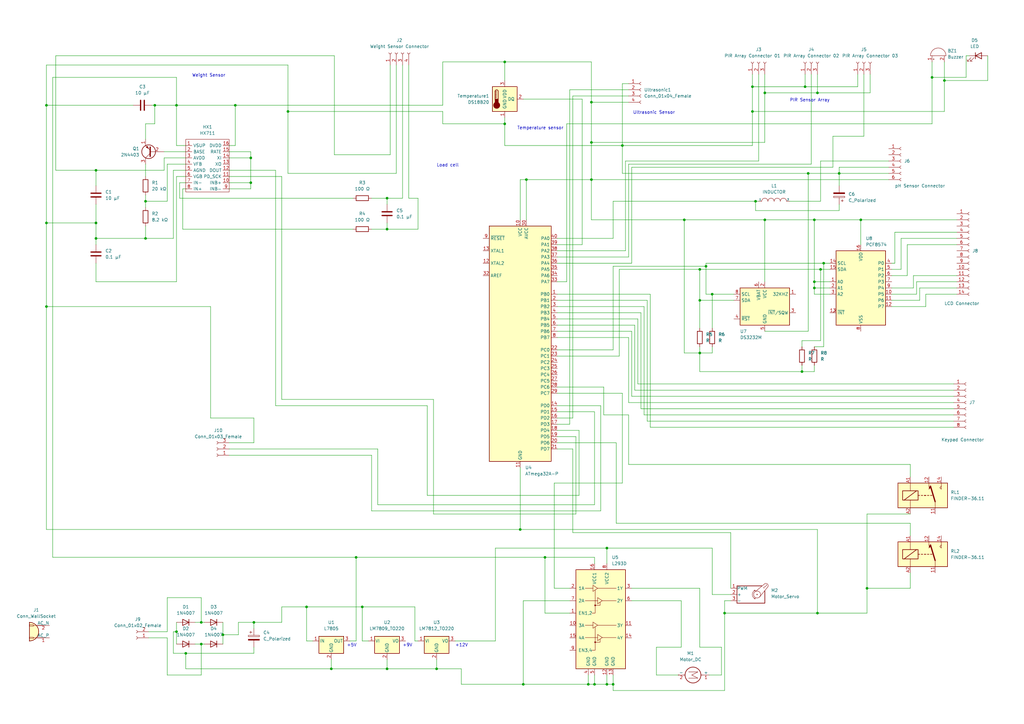
<source format=kicad_sch>
(kicad_sch (version 20211123) (generator eeschema)
  (paper "A3")
  (junction (at 309.88 82.55))
  (junction (at 59.69 82.55))
  (junction (at 382.27 31.75))
  (junction (at 248.92 224.79))
  (junction (at 215.9 73.66))
  (junction (at 102.87 64.77))
  (junction (at 308.61 35.56))
  (junction (at 287.02 110.49))
  (junction (at 248.92 280.67))
  (junction (at 313.69 38.1))
  (junction (at 19.05 125.73))
  (junction (at 96.52 43.18))
  (junction (at 146.05 228.6))
  (junction (at 118.11 45.72))
  (junction (at 223.52 228.6))
  (junction (at 334.01 118.11))
  (junction (at 287.02 123.19))
  (junction (at 39.37 69.85))
  (junction (at 336.55 110.49))
  (junction (at 135.89 274.32))
  (junction (at 125.73 248.92))
  (junction (at 242.57 58.42))
  (junction (at 241.3 280.67))
  (junction (at 158.75 274.32))
  (junction (at 292.1 120.65))
  (junction (at 104.14 255.27))
  (junction (at 334.01 90.17))
  (junction (at 242.57 73.66))
  (junction (at 355.6 241.3))
  (junction (at 387.35 33.02))
  (junction (at 287.02 144.78))
  (junction (at 330.2 35.56))
  (junction (at 82.55 264.16))
  (junction (at 255.27 59.69))
  (junction (at 337.82 107.95))
  (junction (at 19.05 43.18))
  (junction (at 179.07 274.32))
  (junction (at 328.93 152.4))
  (junction (at 313.69 90.17))
  (junction (at 72.39 43.18))
  (junction (at 102.87 74.93))
  (junction (at 214.63 280.67))
  (junction (at 251.46 280.67))
  (junction (at 72.39 259.08))
  (junction (at 335.28 38.1))
  (junction (at 82.55 255.27))
  (junction (at 213.36 217.17))
  (junction (at 308.61 45.72))
  (junction (at 280.67 90.17))
  (junction (at 158.75 81.28))
  (junction (at 242.57 41.91))
  (junction (at 76.2 267.97))
  (junction (at 59.69 97.79))
  (junction (at 19.05 91.44))
  (junction (at 297.18 251.46))
  (junction (at 207.01 25.4))
  (junction (at 39.37 91.44))
  (junction (at 39.37 97.79))
  (junction (at 207.01 50.8))
  (junction (at 158.75 93.98))
  (junction (at 91.44 260.35))
  (junction (at 148.59 248.92))
  (junction (at 344.17 71.12))
  (junction (at 243.84 280.67))
  (junction (at 63.5 43.18))
  (junction (at 335.28 251.46))
  (junction (at 289.56 109.22))
  (junction (at 331.47 71.12))
  (junction (at 334.01 115.57))
  (junction (at 353.06 90.17))
  (wire (pts (xy 62.23 43.18) (xy 63.5 43.18)))
  (wire (pts (xy 96.52 59.69) (xy 96.52 43.18)))
  (wire (pts (xy 234.95 218.44) (xy 234.95 184.15)))
  (wire (pts (xy 104.14 265.43) (xy 104.14 267.97)))
  (wire (pts (xy 72.39 259.08) (xy 72.39 264.16)))
  (wire (pts (xy 175.26 203.2) (xy 237.49 203.2)))
  (wire (pts (xy 313.69 38.1) (xy 313.69 58.42)))
  (wire (pts (xy 331.47 71.12) (xy 344.17 71.12)))
  (wire (pts (xy 236.22 210.82) (xy 177.8 210.82)))
  (wire (pts (xy 335.28 38.1) (xy 335.28 30.48)))
  (wire (pts (xy 246.38 209.55) (xy 246.38 166.37)))
  (wire (pts (xy 237.49 176.53) (xy 228.6 176.53)))
  (wire (pts (xy 181.61 50.8) (xy 207.01 50.8)))
  (wire (pts (xy 259.08 68.58) (xy 259.08 107.95)))
  (wire (pts (xy 248.92 280.67) (xy 251.46 280.67)))
  (wire (pts (xy 334.01 142.24) (xy 337.82 142.24)))
  (wire (pts (xy 261.62 157.48) (xy 261.62 130.81)))
  (wire (pts (xy 373.38 195.58) (xy 373.38 190.5)))
  (wire (pts (xy 19.05 91.44) (xy 39.37 91.44)))
  (wire (pts (xy 102.87 74.93) (xy 102.87 77.47)))
  (wire (pts (xy 336.55 66.04) (xy 336.55 82.55)))
  (wire (pts (xy 158.75 81.28) (xy 158.75 83.82)))
  (wire (pts (xy 181.61 45.72) (xy 181.61 50.8)))
  (wire (pts (xy 146.05 228.6) (xy 223.52 228.6)))
  (wire (pts (xy 207.01 48.26) (xy 207.01 50.8)))
  (wire (pts (xy 71.12 267.97) (xy 71.12 259.08)))
  (wire (pts (xy 269.24 265.43) (xy 279.4 265.43)))
  (wire (pts (xy 189.23 274.32) (xy 179.07 274.32)))
  (wire (pts (xy 279.4 265.43) (xy 279.4 246.38)))
  (wire (pts (xy 115.57 72.39) (xy 115.57 163.83)))
  (wire (pts (xy 93.98 186.69) (xy 152.4 186.69)))
  (wire (pts (xy 375.92 115.57) (xy 392.43 115.57)))
  (wire (pts (xy 207.01 25.4) (xy 207.01 33.02)))
  (wire (pts (xy 179.07 270.51) (xy 179.07 274.32)))
  (wire (pts (xy 257.81 170.18) (xy 247.65 170.18)))
  (wire (pts (xy 19.05 26.67) (xy 19.05 43.18)))
  (wire (pts (xy 228.6 161.29) (xy 255.27 161.29)))
  (wire (pts (xy 125.73 248.92) (xy 148.59 248.92)))
  (wire (pts (xy 382.27 31.75) (xy 382.27 50.8)))
  (wire (pts (xy 228.6 102.87) (xy 256.54 102.87)))
  (wire (pts (xy 60.96 261.62) (xy 68.58 261.62)))
  (wire (pts (xy 364.49 68.58) (xy 344.17 68.58)))
  (wire (pts (xy 299.72 218.44) (xy 234.95 218.44)))
  (wire (pts (xy 334.01 118.11) (xy 340.36 118.11)))
  (wire (pts (xy 313.69 38.1) (xy 335.28 38.1)))
  (wire (pts (xy 146.05 228.6) (xy 21.59 228.6)))
  (wire (pts (xy 392.43 97.79) (xy 369.57 97.79)))
  (wire (pts (xy 148.59 262.89) (xy 148.59 248.92)))
  (wire (pts (xy 93.98 59.69) (xy 96.52 59.69)))
  (wire (pts (xy 59.69 82.55) (xy 59.69 85.09)))
  (wire (pts (xy 143.51 262.89) (xy 146.05 262.89)))
  (wire (pts (xy 328.93 152.4) (xy 328.93 149.86)))
  (wire (pts (xy 73.66 81.28) (xy 73.66 74.93)))
  (wire (pts (xy 335.28 38.1) (xy 356.87 38.1)))
  (wire (pts (xy 289.56 109.22) (xy 289.56 107.95)))
  (wire (pts (xy 207.01 50.8) (xy 207.01 59.69)))
  (wire (pts (xy 374.65 118.11) (xy 374.65 113.03)))
  (wire (pts (xy 340.36 115.57) (xy 334.01 115.57)))
  (wire (pts (xy 375.92 120.65) (xy 375.92 115.57)))
  (wire (pts (xy 311.15 82.55) (xy 309.88 82.55)))
  (wire (pts (xy 39.37 69.85) (xy 39.37 76.2)))
  (wire (pts (xy 175.26 166.37) (xy 175.26 203.2)))
  (wire (pts (xy 170.18 248.92) (xy 170.18 262.89)))
  (wire (pts (xy 228.6 107.95) (xy 259.08 107.95)))
  (wire (pts (xy 233.68 173.99) (xy 228.6 173.99)))
  (wire (pts (xy 254 146.05) (xy 254 110.49)))
  (wire (pts (xy 72.39 43.18) (xy 96.52 43.18)))
  (wire (pts (xy 367.03 107.95) (xy 367.03 95.25)))
  (wire (pts (xy 236.22 179.07) (xy 236.22 210.82)))
  (wire (pts (xy 323.85 82.55) (xy 336.55 82.55)))
  (wire (pts (xy 72.39 59.69) (xy 72.39 43.18)))
  (wire (pts (xy 207.01 25.4) (xy 181.61 25.4)))
  (wire (pts (xy 287.02 241.3) (xy 287.02 265.43)))
  (wire (pts (xy 19.05 125.73) (xy 86.36 125.73)))
  (wire (pts (xy 260.35 133.35) (xy 260.35 160.02)))
  (wire (pts (xy 353.06 90.17) (xy 334.01 90.17)))
  (wire (pts (xy 203.2 224.79) (xy 203.2 262.89)))
  (wire (pts (xy 91.44 255.27) (xy 91.44 260.35)))
  (wire (pts (xy 82.55 264.16) (xy 83.82 264.16)))
  (wire (pts (xy 238.76 100.33) (xy 228.6 100.33)))
  (wire (pts (xy 227.33 241.3) (xy 227.33 198.12)))
  (wire (pts (xy 287.02 144.78) (xy 280.67 144.78)))
  (wire (pts (xy 255.27 71.12) (xy 255.27 59.69)))
  (wire (pts (xy 373.38 190.5) (xy 257.81 190.5)))
  (wire (pts (xy 162.56 71.12) (xy 118.11 71.12)))
  (wire (pts (xy 334.01 90.17) (xy 313.69 90.17)))
  (wire (pts (xy 19.05 43.18) (xy 54.61 43.18)))
  (wire (pts (xy 299.72 246.38) (xy 297.18 246.38)))
  (wire (pts (xy 331.47 71.12) (xy 255.27 71.12)))
  (wire (pts (xy 297.18 246.38) (xy 297.18 251.46)))
  (wire (pts (xy 405.13 22.86) (xy 405.13 33.02)))
  (wire (pts (xy 68.58 82.55) (xy 59.69 82.55)))
  (wire (pts (xy 76.2 67.31) (xy 68.58 67.31)))
  (wire (pts (xy 162.56 26.67) (xy 162.56 71.12)))
  (wire (pts (xy 228.6 120.65) (xy 266.7 120.65)))
  (wire (pts (xy 242.57 41.91) (xy 257.81 41.91)))
  (wire (pts (xy 137.16 63.5) (xy 160.02 63.5)))
  (wire (pts (xy 308.61 45.72) (xy 308.61 59.69)))
  (wire (pts (xy 22.86 69.85) (xy 39.37 69.85)))
  (wire (pts (xy 337.82 142.24) (xy 337.82 107.95)))
  (wire (pts (xy 91.44 260.35) (xy 91.44 264.16)))
  (wire (pts (xy 328.93 139.7) (xy 336.55 139.7)))
  (wire (pts (xy 248.92 276.86) (xy 248.92 280.67)))
  (wire (pts (xy 154.94 207.01) (xy 243.84 207.01)))
  (wire (pts (xy 365.76 125.73) (xy 379.73 125.73)))
  (wire (pts (xy 351.79 30.48) (xy 351.79 35.56)))
  (wire (pts (xy 369.57 110.49) (xy 365.76 110.49)))
  (wire (pts (xy 68.58 67.31) (xy 68.58 82.55)))
  (wire (pts (xy 269.24 276.86) (xy 269.24 265.43)))
  (wire (pts (xy 392.43 90.17) (xy 353.06 90.17)))
  (wire (pts (xy 39.37 91.44) (xy 39.37 97.79)))
  (wire (pts (xy 234.95 39.37) (xy 257.81 39.37)))
  (wire (pts (xy 257.81 165.1) (xy 391.16 165.1)))
  (wire (pts (xy 255.27 34.29) (xy 257.81 34.29)))
  (wire (pts (xy 189.23 280.67) (xy 189.23 274.32)))
  (wire (pts (xy 354.33 55.88) (xy 341.63 55.88)))
  (wire (pts (xy 177.8 163.83) (xy 115.57 163.83)))
  (wire (pts (xy 93.98 74.93) (xy 102.87 74.93)))
  (wire (pts (xy 137.16 22.86) (xy 137.16 63.5)))
  (wire (pts (xy 243.84 280.67) (xy 248.92 280.67)))
  (wire (pts (xy 74.93 93.98) (xy 144.78 93.98)))
  (wire (pts (xy 259.08 135.89) (xy 228.6 135.89)))
  (wire (pts (xy 373.38 214.63) (xy 373.38 219.71)))
  (wire (pts (xy 379.73 120.65) (xy 392.43 120.65)))
  (wire (pts (xy 248.92 231.14) (xy 248.92 224.79)))
  (wire (pts (xy 63.5 43.18) (xy 72.39 43.18)))
  (wire (pts (xy 391.16 162.56) (xy 259.08 162.56)))
  (wire (pts (xy 260.35 160.02) (xy 391.16 160.02)))
  (wire (pts (xy 344.17 68.58) (xy 344.17 71.12)))
  (wire (pts (xy 228.6 133.35) (xy 260.35 133.35)))
  (wire (pts (xy 377.19 118.11) (xy 392.43 118.11)))
  (wire (pts (xy 300.99 123.19) (xy 287.02 123.19)))
  (wire (pts (xy 228.6 105.41) (xy 257.81 105.41)))
  (wire (pts (xy 118.11 26.67) (xy 19.05 26.67)))
  (wire (pts (xy 118.11 45.72) (xy 118.11 26.67)))
  (wire (pts (xy 76.2 69.85) (xy 71.12 69.85)))
  (wire (pts (xy 257.81 105.41) (xy 257.81 67.31)))
  (wire (pts (xy 261.62 130.81) (xy 228.6 130.81)))
  (wire (pts (xy 289.56 120.65) (xy 292.1 120.65)))
  (wire (pts (xy 82.55 255.27) (xy 83.82 255.27)))
  (wire (pts (xy 151.13 262.89) (xy 148.59 262.89)))
  (wire (pts (xy 118.11 45.72) (xy 181.61 45.72)))
  (wire (pts (xy 328.93 142.24) (xy 328.93 139.7)))
  (wire (pts (xy 289.56 109.22) (xy 251.46 109.22)))
  (wire (pts (xy 374.65 113.03) (xy 392.43 113.03)))
  (wire (pts (xy 233.68 251.46) (xy 223.52 251.46)))
  (wire (pts (xy 289.56 120.65) (xy 289.56 109.22)))
  (wire (pts (xy 387.35 33.02) (xy 405.13 33.02)))
  (wire (pts (xy 93.98 72.39) (xy 115.57 72.39)))
  (wire (pts (xy 243.84 276.86) (xy 243.84 280.67)))
  (wire (pts (xy 128.27 262.89) (xy 125.73 262.89)))
  (wire (pts (xy 76.2 267.97) (xy 71.12 267.97)))
  (wire (pts (xy 266.7 175.26) (xy 391.16 175.26)))
  (wire (pts (xy 243.84 207.01) (xy 243.84 168.91)))
  (wire (pts (xy 334.01 152.4) (xy 328.93 152.4)))
  (wire (pts (xy 309.88 86.36) (xy 309.88 82.55)))
  (wire (pts (xy 167.64 81.28) (xy 171.45 81.28)))
  (wire (pts (xy 377.19 123.19) (xy 365.76 123.19)))
  (wire (pts (xy 369.57 97.79) (xy 369.57 110.49)))
  (wire (pts (xy 353.06 90.17) (xy 353.06 100.33)))
  (wire (pts (xy 170.18 262.89) (xy 171.45 262.89)))
  (wire (pts (xy 242.57 73.66) (xy 364.49 73.66)))
  (wire (pts (xy 232.41 50.8) (xy 232.41 115.57)))
  (wire (pts (xy 158.75 274.32) (xy 135.89 274.32)))
  (wire (pts (xy 93.98 64.77) (xy 102.87 64.77)))
  (wire (pts (xy 214.63 246.38) (xy 214.63 280.67)))
  (wire (pts (xy 60.96 259.08) (xy 68.58 259.08)))
  (wire (pts (xy 113.03 69.85) (xy 113.03 166.37)))
  (wire (pts (xy 71.12 97.79) (xy 59.69 97.79)))
  (wire (pts (xy 341.63 55.88) (xy 341.63 68.58)))
  (wire (pts (xy 335.28 251.46) (xy 297.18 251.46)))
  (wire (pts (xy 179.07 274.32) (xy 158.75 274.32)))
  (wire (pts (xy 213.36 73.66) (xy 215.9 73.66)))
  (wire (pts (xy 152.4 209.55) (xy 246.38 209.55)))
  (wire (pts (xy 308.61 45.72) (xy 387.35 45.72)))
  (wire (pts (xy 257.81 190.5) (xy 257.81 170.18)))
  (wire (pts (xy 104.14 255.27) (xy 115.57 255.27)))
  (wire (pts (xy 146.05 262.89) (xy 146.05 228.6)))
  (wire (pts (xy 228.6 146.05) (xy 254 146.05)))
  (wire (pts (xy 148.59 248.92) (xy 170.18 248.92)))
  (wire (pts (xy 135.89 270.51) (xy 135.89 274.32)))
  (wire (pts (xy 80.01 255.27) (xy 82.55 255.27)))
  (wire (pts (xy 382.27 31.75) (xy 382.27 25.4)))
  (wire (pts (xy 264.16 125.73) (xy 264.16 170.18)))
  (wire (pts (xy 59.69 92.71) (xy 59.69 97.79)))
  (wire (pts (xy 259.08 241.3) (xy 287.02 241.3)))
  (wire (pts (xy 259.08 246.38) (xy 279.4 246.38)))
  (wire (pts (xy 335.28 251.46) (xy 335.28 217.17)))
  (wire (pts (xy 257.81 67.31) (xy 332.74 67.31)))
  (wire (pts (xy 251.46 276.86) (xy 251.46 280.67)))
  (wire (pts (xy 39.37 115.57) (xy 72.39 115.57)))
  (wire (pts (xy 355.6 241.3) (xy 355.6 251.46)))
  (wire (pts (xy 63.5 50.8) (xy 63.5 43.18)))
  (wire (pts (xy 365.76 107.95) (xy 367.03 107.95)))
  (wire (pts (xy 214.63 280.67) (xy 189.23 280.67)))
  (wire (pts (xy 227.33 198.12) (xy 255.27 198.12)))
  (wire (pts (xy 308.61 35.56) (xy 308.61 30.48)))
  (wire (pts (xy 39.37 83.82) (xy 39.37 91.44)))
  (wire (pts (xy 313.69 58.42) (xy 242.57 58.42)))
  (wire (pts (xy 171.45 81.28) (xy 171.45 93.98)))
  (wire (pts (xy 238.76 40.64) (xy 238.76 100.33)))
  (wire (pts (xy 309.88 82.55) (xy 251.46 82.55)))
  (wire (pts (xy 265.43 172.72) (xy 265.43 123.19)))
  (wire (pts (xy 373.38 210.82) (xy 355.6 210.82)))
  (wire (pts (xy 19.05 43.18) (xy 19.05 91.44)))
  (wire (pts (xy 334.01 115.57) (xy 334.01 118.11)))
  (wire (pts (xy 223.52 228.6) (xy 243.84 228.6)))
  (wire (pts (xy 72.39 255.27) (xy 72.39 259.08)))
  (wire (pts (xy 373.38 241.3) (xy 373.38 234.95)))
  (wire (pts (xy 292.1 142.24) (xy 292.1 144.78)))
  (wire (pts (xy 167.64 26.67) (xy 167.64 81.28)))
  (wire (pts (xy 365.76 120.65) (xy 375.92 120.65)))
  (wire (pts (xy 269.24 276.86) (xy 278.13 276.86)))
  (wire (pts (xy 93.98 184.15) (xy 154.94 184.15)))
  (wire (pts (xy 115.57 248.92) (xy 125.73 248.92)))
  (wire (pts (xy 214.63 40.64) (xy 238.76 40.64)))
  (wire (pts (xy 228.6 179.07) (xy 236.22 179.07)))
  (wire (pts (xy 68.58 261.62) (xy 68.58 276.86)))
  (wire (pts (xy 252.73 181.61) (xy 228.6 181.61)))
  (wire (pts (xy 213.36 90.17) (xy 213.36 73.66)))
  (wire (pts (xy 72.39 31.75) (xy 72.39 43.18)))
  (wire (pts (xy 336.55 110.49) (xy 340.36 110.49)))
  (wire (pts (xy 344.17 83.82) (xy 344.17 86.36)))
  (wire (pts (xy 76.2 267.97) (xy 76.2 274.32)))
  (wire (pts (xy 334.01 120.65) (xy 340.36 120.65)))
  (wire (pts (xy 228.6 171.45) (xy 234.95 171.45)))
  (wire (pts (xy 158.75 91.44) (xy 158.75 93.98)))
  (wire (pts (xy 228.6 138.43) (xy 257.81 138.43)))
  (wire (pts (xy 266.7 120.65) (xy 266.7 175.26)))
  (wire (pts (xy 251.46 97.79) (xy 228.6 97.79)))
  (wire (pts (xy 76.2 267.97) (xy 104.14 267.97)))
  (wire (pts (xy 292.1 134.62) (xy 292.1 120.65)))
  (wire (pts (xy 365.76 113.03) (xy 372.11 113.03)))
  (wire (pts (xy 264.16 170.18) (xy 391.16 170.18)))
  (wire (pts (xy 102.87 62.23) (xy 102.87 64.77)))
  (wire (pts (xy 241.3 280.67) (xy 214.63 280.67)))
  (wire (pts (xy 59.69 80.01) (xy 59.69 82.55)))
  (wire (pts (xy 152.4 81.28) (xy 158.75 81.28)))
  (wire (pts (xy 233.68 246.38) (xy 214.63 246.38)))
  (wire (pts (xy 313.69 30.48) (xy 313.69 38.1)))
  (wire (pts (xy 287.02 265.43) (xy 295.91 265.43)))
  (wire (pts (xy 334.01 149.86) (xy 334.01 152.4)))
  (wire (pts (xy 265.43 123.19) (xy 228.6 123.19)))
  (wire (pts (xy 335.28 217.17) (xy 213.36 217.17)))
  (wire (pts (xy 287.02 152.4) (xy 328.93 152.4)))
  (wire (pts (xy 39.37 97.79) (xy 59.69 97.79)))
  (wire (pts (xy 254 110.49) (xy 287.02 110.49)))
  (wire (pts (xy 73.66 74.93) (xy 76.2 74.93)))
  (wire (pts (xy 372.11 113.03) (xy 372.11 100.33)))
  (wire (pts (xy 242.57 73.66) (xy 242.57 90.17)))
  (wire (pts (xy 118.11 71.12) (xy 118.11 45.72)))
  (wire (pts (xy 295.91 265.43) (xy 295.91 276.86)))
  (wire (pts (xy 299.72 243.84) (xy 292.1 243.84)))
  (wire (pts (xy 334.01 118.11) (xy 334.01 120.65)))
  (wire (pts (xy 21.59 31.75) (xy 72.39 31.75)))
  (wire (pts (xy 59.69 67.31) (xy 59.69 72.39)))
  (wire (pts (xy 215.9 73.66) (xy 215.9 90.17)))
  (wire (pts (xy 181.61 25.4) (xy 181.61 43.18)))
  (wire (pts (xy 71.12 259.08) (xy 72.39 259.08)))
  (wire (pts (xy 355.6 241.3) (xy 373.38 241.3)))
  (wire (pts (xy 158.75 93.98) (xy 171.45 93.98)))
  (wire (pts (xy 391.16 167.64) (xy 262.89 167.64)))
  (wire (pts (xy 68.58 259.08) (xy 68.58 245.11)))
  (wire (pts (xy 104.14 181.61) (xy 93.98 181.61)))
  (wire (pts (xy 113.03 166.37) (xy 175.26 166.37)))
  (wire (pts (xy 82.55 245.11) (xy 82.55 255.27)))
  (wire (pts (xy 330.2 35.56) (xy 330.2 30.48)))
  (wire (pts (xy 351.79 35.56) (xy 330.2 35.56)))
  (wire (pts (xy 160.02 63.5) (xy 160.02 26.67)))
  (wire (pts (xy 207.01 25.4) (xy 242.57 25.4)))
  (wire (pts (xy 330.2 35.56) (xy 308.61 35.56)))
  (wire (pts (xy 252.73 214.63) (xy 373.38 214.63)))
  (wire (pts (xy 387.35 45.72) (xy 387.35 33.02)))
  (wire (pts (xy 382.27 50.8) (xy 232.41 50.8)))
  (wire (pts (xy 39.37 97.79) (xy 39.37 100.33)))
  (wire (pts (xy 331.47 135.89) (xy 331.47 71.12)))
  (wire (pts (xy 152.4 93.98) (xy 158.75 93.98)))
  (wire (pts (xy 137.16 22.86) (xy 22.86 22.86)))
  (wire (pts (xy 67.31 64.77) (xy 67.31 69.85)))
  (wire (pts (xy 21.59 228.6) (xy 21.59 31.75)))
  (wire (pts (xy 257.81 138.43) (xy 257.81 165.1)))
  (wire (pts (xy 158.75 81.28) (xy 165.1 81.28)))
  (wire (pts (xy 72.39 72.39) (xy 76.2 72.39)))
  (wire (pts (xy 97.79 255.27) (xy 104.14 255.27)))
  (wire (pts (xy 287.02 123.19) (xy 287.02 134.62)))
  (wire (pts (xy 292.1 120.65) (xy 300.99 120.65)))
  (wire (pts (xy 259.08 68.58) (xy 341.63 68.58)))
  (wire (pts (xy 39.37 107.95) (xy 39.37 115.57)))
  (wire (pts (xy 262.89 128.27) (xy 228.6 128.27)))
  (wire (pts (xy 355.6 251.46) (xy 335.28 251.46)))
  (wire (pts (xy 256.54 66.04) (xy 256.54 102.87)))
  (wire (pts (xy 181.61 43.18) (xy 96.52 43.18)))
  (wire (pts (xy 377.19 118.11) (xy 377.19 123.19)))
  (wire (pts (xy 265.43 172.72) (xy 391.16 172.72)))
  (wire (pts (xy 72.39 115.57) (xy 72.39 72.39)))
  (wire (pts (xy 213.36 191.77) (xy 213.36 217.17)))
  (wire (pts (xy 19.05 125.73) (xy 19.05 217.17)))
  (wire (pts (xy 152.4 186.69) (xy 152.4 209.55)))
  (wire (pts (xy 102.87 64.77) (xy 102.87 74.93)))
  (wire (pts (xy 233.68 241.3) (xy 227.33 241.3)))
  (wire (pts (xy 308.61 59.69) (xy 255.27 59.69)))
  (wire (pts (xy 237.49 203.2) (xy 237.49 176.53)))
  (wire (pts (xy 251.46 82.55) (xy 251.46 97.79)))
  (wire (pts (xy 234.95 184.15) (xy 228.6 184.15)))
  (wire (pts (xy 203.2 262.89) (xy 186.69 262.89)))
  (wire (pts (xy 233.68 36.83) (xy 233.68 173.99)))
  (wire (pts (xy 367.03 95.25) (xy 392.43 95.25)))
  (wire (pts (xy 115.57 255.27) (xy 115.57 248.92)))
  (wire (pts (xy 203.2 224.79) (xy 248.92 224.79)))
  (wire (pts (xy 73.66 81.28) (xy 144.78 81.28)))
  (wire (pts (xy 93.98 62.23) (xy 102.87 62.23)))
  (wire (pts (xy 243.84 168.91) (xy 228.6 168.91)))
  (wire (pts (xy 59.69 50.8) (xy 63.5 50.8)))
  (wire (pts (xy 242.57 58.42) (xy 242.57 73.66)))
  (wire (pts (xy 287.02 144.78) (xy 287.02 142.24)))
  (wire (pts (xy 19.05 125.73) (xy 19.05 91.44)))
  (wire (pts (xy 311.15 66.04) (xy 256.54 66.04)))
  (wire (pts (xy 74.93 93.98) (xy 74.93 77.47)))
  (wire (pts (xy 251.46 109.22) (xy 251.46 143.51)))
  (wire (pts (xy 86.36 125.73) (xy 86.36 171.45)))
  (wire (pts (xy 292.1 224.79) (xy 248.92 224.79)))
  (wire (pts (xy 247.65 158.75) (xy 228.6 158.75)))
  (wire (pts (xy 280.67 144.78) (xy 280.67 90.17)))
  (wire (pts (xy 280.67 90.17) (xy 242.57 90.17)))
  (wire (pts (xy 213.36 217.17) (xy 19.05 217.17)))
  (wire (pts (xy 311.15 30.48) (xy 311.15 66.04)))
  (wire (pts (xy 67.31 62.23) (xy 76.2 62.23)))
  (wire (pts (xy 396.24 31.75) (xy 382.27 31.75)))
  (wire (pts (xy 125.73 248.92) (xy 125.73 262.89)))
  (wire (pts (xy 82.55 264.16) (xy 82.55 276.86)))
  (wire (pts (xy 59.69 57.15) (xy 59.69 50.8)))
  (wire (pts (xy 372.11 100.33) (xy 392.43 100.33)))
  (wire (pts (xy 228.6 125.73) (xy 264.16 125.73)))
  (wire (pts (xy 391.16 157.48) (xy 261.62 157.48)))
  (wire (pts (xy 387.35 25.4) (xy 387.35 33.02)))
  (wire (pts (xy 255.27 198.12) (xy 255.27 161.29)))
  (wire (pts (xy 242.57 25.4) (xy 242.57 41.91)))
  (wire (pts (xy 379.73 125.73) (xy 379.73 120.65)))
  (wire (pts (xy 242.57 58.42) (xy 242.57 41.91)))
  (wire (pts (xy 76.2 64.77) (xy 67.31 64.77)))
  (wire (pts (xy 80.01 264.16) (xy 82.55 264.16)))
  (wire (pts (xy 297.18 251.46) (xy 297.18 283.21)))
  (wire (pts (xy 292.1 144.78) (xy 287.02 144.78)))
  (wire (pts (xy 299.72 241.3) (xy 299.72 218.44)))
  (wire (pts (xy 344.17 71.12) (xy 364.49 71.12)))
  (wire (pts (xy 246.38 166.37) (xy 228.6 166.37)))
  (wire (pts (xy 354.33 30.48) (xy 354.33 55.88)))
  (wire (pts (xy 344.17 71.12) (xy 344.17 76.2)))
  (wire (pts (xy 336.55 139.7) (xy 336.55 110.49)))
  (wire (pts (xy 334.01 90.17) (xy 334.01 115.57)))
  (wire (pts (xy 97.79 260.35) (xy 91.44 260.35)))
  (wire (pts (xy 234.95 171.45) (xy 234.95 39.37)))
  (wire (pts (xy 97.79 255.27) (xy 97.79 260.35)))
  (wire (pts (xy 68.58 276.86) (xy 82.55 276.86)))
  (wire (pts (xy 177.8 210.82) (xy 177.8 163.83)))
  (wire (pts (xy 251.46 283.21) (xy 251.46 280.67)))
  (wire (pts (xy 104.14 255.27) (xy 104.14 257.81)))
  (wire (pts (xy 243.84 280.67) (xy 241.3 280.67)))
  (wire (pts (xy 292.1 224.79) (xy 292.1 243.84)))
  (wire (pts (xy 86.36 171.45) (xy 104.14 171.45)))
  (wire (pts (xy 241.3 280.67) (xy 241.3 276.86)))
  (wire (pts (xy 135.89 274.32) (xy 76.2 274.32)))
  (wire (pts (xy 68.58 245.11) (xy 82.55 245.11)))
  (wire (pts (xy 313.69 135.89) (xy 331.47 135.89)))
  (wire (pts (xy 396.24 22.86) (xy 396.24 31.75)))
  (wire (pts (xy 74.93 77.47) (xy 76.2 77.47)))
  (wire (pts (xy 154.94 184.15) (xy 154.94 207.01)))
  (wire (pts (xy 397.51 22.86) (xy 396.24 22.86)))
  (wire (pts (xy 22.86 22.86) (xy 22.86 69.85)))
  (wire (pts (xy 76.2 59.69) (xy 72.39 59.69)))
  (wire (pts (xy 104.14 171.45) (xy 104.14 181.61)))
  (wire (pts (xy 207.01 59.69) (xy 255.27 59.69)))
  (wire (pts (xy 297.18 283.21) (xy 251.46 283.21)))
  (wire (pts (xy 228.6 115.57) (xy 232.41 115.57)))
  (wire (pts (xy 340.36 107.95) (xy 337.82 107.95)))
  (wire (pts (xy 71.12 69.85) (xy 71.12 97.79)))
  (wire (pts (xy 252.73 181.61) (xy 252.73 214.63)))
  (wire (pts (xy 165.1 26.67) (xy 165.1 81.28)))
  (wire (pts (xy 337.82 107.95) (xy 289.56 107.95)))
  (wire (pts (xy 356.87 38.1) (xy 356.87 30.48)))
  (wire (pts (xy 251.46 143.51) (xy 228.6 143.51)))
  (wire (pts (xy 259.08 162.56) (xy 259.08 135.89)))
  (wire (pts (xy 215.9 73.66) (xy 242.57 73.66)))
  (wire (pts (xy 287.02 123.19) (xy 287.02 110.49)))
  (wire (pts (xy 67.31 69.85) (xy 39.37 69.85)))
  (wire (pts (xy 313.69 90.17) (xy 280.67 90.17)))
  (wire (pts (xy 355.6 210.82) (xy 355.6 241.3)))
  (wire (pts (xy 295.91 276.86) (xy 290.83 276.86)))
  (wire (pts (xy 287.02 152.4) (xy 287.02 144.78)))
  (wire (pts (xy 365.76 118.11) (xy 374.65 118.11)))
  (wire (pts (xy 93.98 69.85) (xy 113.03 69.85)))
  (wire (pts (xy 287.02 110.49) (xy 336.55 110.49)))
  (wire (pts (xy 313.69 90.17) (xy 313.69 115.57)))
  (wire (pts (xy 262.89 167.64) (xy 262.89 128.27)))
  (wire (pts (xy 223.52 228.6) (xy 223.52 251.46)))
  (wire (pts (xy 257.81 36.83) (xy 233.68 36.83)))
  (wire (pts (xy 308.61 35.56) (xy 308.61 45.72)))
  (wire (pts (xy 93.98 77.47) (xy 102.87 77.47)))
  (wire (pts (xy 243.84 228.6) (xy 243.84 231.14)))
  (wire (pts (xy 158.75 270.51) (xy 158.75 274.32)))
  (wire (pts (xy 255.27 34.29) (xy 255.27 59.69)))
  (wire (pts (xy 364.49 66.04) (xy 336.55 66.04)))
  (wire (pts (xy 344.17 86.36) (xy 309.88 86.36)))
  (wire (pts (xy 247.65 170.18) (xy 247.65 158.75)))
  (wire (pts (xy 332.74 67.31) (xy 332.74 30.48)))
  (text "+5V" (at 142.24 265.43 0) (effects (font (size 1.27 1.27)) (justify left bottom)))
  (text "+12V" (at 186.69 265.43 0) (effects (font (size 1.27 1.27)) (justify left bottom)))
  (text "Load cell" (at 179.07 68.58 0) (effects (font (size 1.27 1.27)) (justify left bottom)))
  (text "Temperature sensor" (at 212.09 53.34 0) (effects (font (size 1.27 1.27)) (justify left bottom)))
  (text "Weight Sensor" (at 78.74 31.75 0) (effects (font (size 1.27 1.27)) (justify left bottom)))
  (text "Ultrasonic Sensor" (at 276.86 46.99 180) (effects (font (size 1.27 1.27)) (justify right bottom)))
  (text "PIR Sensor Array" (at 340.36 41.91 180) (effects (font (size 1.27 1.27)) (justify right bottom)))
  (text "+9V" (at 165.1 265.43 0) (effects (font (size 1.27 1.27)) (justify left bottom)))
  (symbol (lib_id "Timer_RTC:DS3232M") (at 313.69 125.73 0) (unit 1)
    (property "Reference" "U7" (at 303.53 135.89 0) (effects (justify left)))
    (property "Value" "DS3232M" (at 303.53 138.43 0) (effects (justify left)))
    (property "Footprint" "Package_SO:SOIC-8_3.9x4.9mm_P1.27mm" (effects hide))
    (property "Datasheet" "http://datasheets.maximintegrated.com/en/ds/DS3232M.pdf" (effects hide))
  )
  (symbol (lib_id "Relay:FINDER-36.11") (at 378.46 203.2 0) (unit 1)
    (property "Reference" "RL1" (at 389.89 201.9299 0) (effects (justify left)))
    (property "Value" "FINDER-36.11" (at 389.89 204.4699 0) (effects (justify left)))
    (property "Footprint" "Relay_THT:Relay_SPDT_Finder_36.11" (effects hide))
    (property "Datasheet" "https://gfinder.findernet.com/public/attachments/36/EN/S36EN.pdf" (effects hide))
  )
  (symbol (lib_id "Connector:Conn_01x03_Female") (at 332.74 25.4 90) (unit 1)
    (property "Reference" "J4" (at 332.74 20.32 90))
    (property "Value" "PIR Array Connector 02" (at 332.74 22.86 90))
    (property "Footprint" "Connector_PinSocket_2.54mm:PinSocket_1x03_P2.54mm_Vertical" (effects hide))
  )
  (symbol (lib_id "pspice:INDUCTOR") (at 317.5 82.55 0) (unit 1)
    (property "Reference" "L1" (at 317.5 76.2 0))
    (property "Value" "INDUCTOR" (at 317.5 78.74 0))
    (property "Footprint" "Inductor_THT:L_Axial_L9.5mm_D4.0mm_P12.70mm_Horizontal_Fastron_SMCC" (effects hide))
  )
  (symbol (lib_id "Device:R") (at 328.93 146.05 0) (unit 1)
    (property "Reference" "R7" (at 331.47 144.7799 0) (effects (justify left)))
    (property "Value" "R" (at 331.47 147.3199 0) (effects (justify left)))
    (property "Footprint" "Resistor_THT:R_Axial_DIN0207_L6.3mm_D2.5mm_P7.62mm_Horizontal" (effects hide))
  )
  (symbol (lib_id "Connector:Conn_01x04_Female") (at 262.89 36.83 0) (unit 1)
    (property "Reference" "Ultrasonic1" (at 264.16 36.8299 0) (effects (justify left)))
    (property "Value" "Conn_01x04_Female" (at 264.16 39.3699 0) (effects (justify left)))
    (property "Footprint" "Connector_PinSocket_2.54mm:PinSocket_1x04_P2.54mm_Vertical" (effects hide))
  )
  (symbol (lib_id "Diode:1N4007") (at 76.2 264.16 180) (unit 1)
    (property "Reference" "D2" (at 76.2 257.81 0))
    (property "Value" "1N4007" (at 76.2 260.35 0))
    (property "Footprint" "Diode_THT:D_DO-41_SOD81_P10.16mm_Horizontal" (effects hide))
    (property "Datasheet" "http://www.vishay.com/docs/88503/1n4001.pdf" (effects hide))
  )
  (symbol (lib_id "Device:R") (at 148.59 81.28 90) (unit 1)
    (property "Reference" "R3" (at 148.59 74.93 90))
    (property "Value" "100 Ω" (at 148.59 77.47 90))
    (property "Footprint" "Resistor_THT:R_Axial_DIN0204_L3.6mm_D1.6mm_P5.08mm_Vertical" (effects hide))
  )
  (symbol (lib_id "Sensor_Temperature:DS18B20") (at 207.01 40.64 0) (unit 1)
    (property "Reference" "Temperature1" (at 200.66 39.3699 0) (effects (justify right)))
    (property "Value" "DS18B20" (at 200.66 41.9099 0) (effects (justify right)))
    (property "Footprint" "Connector_PinSocket_2.54mm:PinSocket_1x03_P2.54mm_Vertical" (effects hide))
    (property "Datasheet" "http://datasheets.maximintegrated.com/en/ds/DS18B20.pdf" (effects hide))
  )
  (symbol (lib_id "Connector:Conn_WallSocket") (at 15.24 259.08 180) (unit 1)
    (property "Reference" "J1" (at 14.859 250.19 0))
    (property "Value" "Conn_WallSocket" (at 14.859 252.73 0))
    (property "Footprint" "Connector_AMASS:AMASS_XT60-M_1x02_P7.20mm_Vertical" (effects hide))
  )
  (symbol (lib_id "Motor:Motor_DC") (at 285.75 276.86 270) (unit 1)
    (property "Reference" "M1" (at 283.21 267.97 90))
    (property "Value" "Motor_DC" (at 283.21 270.51 90))
    (property "Footprint" "TerminalBlock_Dinkle:TerminalBlock_Dinkle_DT-55-B01X-02_P10.00mm" (effects hide))
  )
  (symbol (lib_id "Interface_Expansion:PCF8574") (at 353.06 118.11 0) (unit 1)
    (property "Reference" "U8" (at 355.0794 97.79 0) (effects (justify left)))
    (property "Value" "PCF8574" (at 355.0794 100.33 0) (effects (justify left)))
    (property "Footprint" "Module:Pololu_Breakout-16_15.2x20.3mm" (effects hide))
    (property "Datasheet" "http://www.nxp.com/documents/data_sheet/PCF8574_PCF8574A.pdf" (effects hide))
  )
  (symbol (lib_id "Device:R") (at 287.02 138.43 0) (unit 1)
    (property "Reference" "R5" (at 289.56 137.1599 0) (effects (justify left)))
    (property "Value" "R" (at 289.56 139.6999 0) (effects (justify left)))
    (property "Footprint" "Resistor_THT:R_Axial_DIN0207_L6.3mm_D2.5mm_P7.62mm_Horizontal" (effects hide))
  )
  (symbol (lib_id "Connector:Conn_01x06_Female") (at 369.57 66.04 0) (unit 1)
    (property "Reference" "J6" (at 370.84 66.0399 0) (effects (justify left)))
    (property "Value" "pH Sensor Connector" (at 367.03 76.2 0) (effects (justify left)))
    (property "Footprint" "Connector_PinSocket_2.54mm:PinSocket_1x06_P2.54mm_Vertical" (effects hide))
  )
  (symbol (lib_id "Device:C_Polarized") (at 104.14 261.62 0) (unit 1)
    (property "Reference" "C4" (at 107.95 259.4609 0) (effects (justify left)))
    (property "Value" "C_Polarized" (at 107.95 262.0009 0) (effects (justify left)))
    (property "Footprint" "Capacitor_THT:CP_Axial_L11.0mm_D6.0mm_P18.00mm_Horizontal" (effects hide))
  )
  (symbol (lib_id "Diode:1N4007") (at 87.63 264.16 180) (unit 1)
    (property "Reference" "D4" (at 87.63 257.81 0))
    (property "Value" "1N4007" (at 87.63 260.35 0))
    (property "Footprint" "Diode_THT:D_DO-41_SOD81_P10.16mm_Horizontal" (effects hide))
    (property "Datasheet" "http://www.vishay.com/docs/88503/1n4001.pdf" (effects hide))
  )
  (symbol (lib_id "Device:LED") (at 401.32 22.86 0) (unit 1)
    (property "Reference" "D5" (at 399.7325 16.51 0))
    (property "Value" "LED" (at 399.7325 19.05 0))
    (property "Footprint" "LED_THT:LED_D3.0mm" (effects hide))
  )
  (symbol (lib_id "Device:C") (at 39.37 80.01 0) (unit 1)
    (property "Reference" "C1" (at 43.18 78.7399 0) (effects (justify left)))
    (property "Value" "10 μF" (at 43.18 81.2799 0) (effects (justify left)))
    (property "Footprint" "Capacitor_THT:CP_Axial_L10.0mm_D4.5mm_P15.00mm_Horizontal" (effects hide))
  )
  (symbol (lib_id "Device:C_Polarized") (at 344.17 80.01 180) (unit 1)
    (property "Reference" "C6" (at 347.98 79.6289 0) (effects (justify right)))
    (property "Value" "C_Polarized" (at 347.98 82.1689 0) (effects (justify right)))
    (property "Footprint" "Capacitor_THT:CP_Axial_L18.0mm_D8.0mm_P25.00mm_Horizontal" (effects hide))
  )
  (symbol (lib_id "Connector:Conn_01x08_Female") (at 396.24 165.1 0) (unit 1)
    (property "Reference" "J7" (at 397.51 165.0999 0) (effects (justify left)))
    (property "Value" "Keypad Connector" (at 386.08 180.34 0) (effects (justify left)))
    (property "Footprint" "Connector_PinSocket_2.54mm:PinSocket_1x08_P2.54mm_Horizontal" (effects hide))
  )
  (symbol (lib_id "Motor:Motor_Servo") (at 307.34 243.84 0) (unit 1)
    (property "Reference" "M2" (at 316.23 242.1365 0) (effects (justify left)))
    (property "Value" "Motor_Servo" (at 316.23 244.6765 0) (effects (justify left)))
    (property "Footprint" "Connector_Stocko:Stocko_MKS_1653-6-0-303_1x3_P2.50mm_Vertical" (effects hide))
    (property "Datasheet" "http://forums.parallax.com/uploads/attachments/46831/74481.png" (effects hide))
  )
  (symbol (lib_id "Regulator_Linear:LM7812_TO220") (at 179.07 262.89 0) (unit 1)
    (property "Reference" "U3" (at 179.07 255.27 0))
    (property "Value" "LM7812_TO220" (at 179.07 257.81 0))
    (property "Footprint" "Package_TO_SOT_THT:TO-220-3_Vertical" (effects hide))
    (property "Datasheet" "https://www.onsemi.cn/PowerSolutions/document/MC7800-D.PDF" (effects hide))
  )
  (symbol (lib_id "Connector:Conn_01x02_Female") (at 55.88 261.62 180) (unit 1)
    (property "Reference" "J9" (at 56.515 254 0))
    (property "Value" "Conn_01x02_Female" (at 56.515 256.54 0))
    (property "Footprint" "Connector_Phoenix_MSTB:PhoenixContact_MSTBA_2,5_2-G_1x02_P5.00mm_Horizontal" (effects hide))
  )
  (symbol (lib_id "Device:Buzzer") (at 384.81 22.86 90) (unit 1)
    (property "Reference" "BZ1" (at 388.62 20.8279 90) (effects (justify right)))
    (property "Value" "Buzzer" (at 388.62 23.3679 90) (effects (justify right)))
    (property "Footprint" "Buzzer_Beeper:Buzzer_15x7.5RM7.6" (effects hide))
  )
  (symbol (lib_id "Diode:1N4007") (at 87.63 255.27 180) (unit 1)
    (property "Reference" "D3" (at 87.63 248.92 0))
    (property "Value" "1N4007" (at 87.63 251.46 0))
    (property "Footprint" "Diode_THT:D_DO-41_SOD81_P10.16mm_Horizontal" (effects hide))
    (property "Datasheet" "http://www.vishay.com/docs/88503/1n4001.pdf" (effects hide))
  )
  (symbol (lib_id "Regulator_Linear:L7805") (at 135.89 262.89 0) (unit 1)
    (property "Reference" "U1" (at 135.89 255.27 0))
    (property "Value" "L7805" (at 135.89 257.81 0))
    (property "Footprint" "Package_TO_SOT_THT:TO-220-3_Vertical" (effects hide))
    (property "Datasheet" "http://www.st.com/content/ccc/resource/technical/document/datasheet/41/4f/b3/b0/12/d4/47/88/CD00000444.pdf/files/CD00000444.pdf/jcr:content/translations/en.CD00000444.pdf" (effects hide))
  )
  (symbol (lib_id "Connector:Conn_01x03_Female") (at 354.33 25.4 90) (unit 1)
    (property "Reference" "J5" (at 354.33 20.32 90))
    (property "Value" "PIR Array Connector 03" (at 356.87 22.86 90))
    (property "Footprint" "Connector_PinSocket_2.54mm:PinSocket_1x03_P2.54mm_Vertical" (effects hide))
  )
  (symbol (lib_id "Driver_Motor:L293D") (at 246.38 256.54 0) (unit 1)
    (property "Reference" "U5" (at 250.9394 228.6 0) (effects (justify left)))
    (property "Value" "L293D" (at 250.9394 231.14 0) (effects (justify left)))
    (property "Footprint" "Package_DIP:DIP-16_W7.62mm" (effects hide))
    (property "Datasheet" "http://www.ti.com/lit/ds/symlink/l293.pdf" (effects hide))
  )
  (symbol (lib_id "MCU_Microchip_ATmega:ATmega32A-P") (at 213.36 140.97 0) (unit 1)
    (property "Reference" "U4" (at 215.3794 191.77 0) (effects (justify left)))
    (property "Value" "ATmega32A-P" (at 215.3794 194.31 0) (effects (justify left)))
    (property "Footprint" "Package_DIP:DIP-40_W15.24mm" (effects hide))
    (property "Datasheet" "http://ww1.microchip.com/downloads/en/DeviceDoc/atmel-8155-8-bit-microcontroller-avr-atmega32a_datasheet.pdf" (effects hide))
  )
  (symbol (lib_id "Transistor_BJT:2N3905") (at 62.23 62.23 180) (unit 1)
    (property "Reference" "Q1" (at 57.15 60.9599 0) (effects (justify left)))
    (property "Value" "2N4403" (at 57.15 63.4999 0) (effects (justify left)))
    (property "Footprint" "Package_TO_SOT_THT:TO-92_Inline" (effects hide))
    (property "Datasheet" "https://www.nteinc.com/specs/original/2N3905_06.pdf" (effects hide))
  )
  (symbol (lib_id "Device:R") (at 148.59 93.98 90) (unit 1)
    (property "Reference" "R4" (at 148.59 87.63 90))
    (property "Value" "100 Ω" (at 148.59 90.17 90))
    (property "Footprint" "Resistor_THT:R_Axial_DIN0204_L3.6mm_D1.6mm_P5.08mm_Vertical" (effects hide))
  )
  (symbol (lib_id "HX711:HX711") (at 81.28 55.88 0) (unit 1)
    (property "Reference" "HX1" (at 85.09 52.07 0))
    (property "Value" "HX711" (at 85.09 54.61 0))
    (property "Footprint" "HX711:HX711" (effects hide))
    (property "Datasheet" "https://cdn.sparkfun.com/datasheets/Sensors/ForceFlex/hx711_english.pdf" (effects hide))
  )
  (symbol (lib_id "Connector:Conn_01x03_Female") (at 88.9 184.15 180) (unit 1)
    (property "Reference" "J10" (at 89.535 176.53 0))
    (property "Value" "Conn_01x03_Female" (at 89.535 179.07 0))
    (property "Footprint" "Connector_PinSocket_2.54mm:PinSocket_1x03_P2.54mm_Vertical" (effects hide))
  )
  (symbol (lib_id "Connector:Conn_01x04_Female") (at 162.56 21.59 90) (unit 1)
    (property "Reference" "J2" (at 163.83 16.51 90))
    (property "Value" "Weight Sensor Connector" (at 163.83 19.05 90))
    (property "Footprint" "Connector_PinSocket_2.54mm:PinSocket_1x04_P2.54mm_Vertical" (effects hide))
  )
  (symbol (lib_id "Relay:FINDER-36.11") (at 378.46 227.33 0) (unit 1)
    (property "Reference" "RL2" (at 389.89 226.0599 0) (effects (justify left)))
    (property "Value" "FINDER-36.11" (at 389.89 228.5999 0) (effects (justify left)))
    (property "Footprint" "Relay_THT:Relay_SPDT_Finder_36.11" (effects hide))
    (property "Datasheet" "https://gfinder.findernet.com/public/attachments/36/EN/S36EN.pdf" (effects hide))
  )
  (symbol (lib_id "Device:C") (at 58.42 43.18 270) (unit 1)
    (property "Reference" "C3" (at 58.42 35.56 90))
    (property "Value" "10 μF" (at 58.42 38.1 90))
    (property "Footprint" "Capacitor_THT:CP_Axial_L10.0mm_D4.5mm_P15.00mm_Horizontal" (effects hide))
  )
  (symbol (lib_id "Device:R") (at 334.01 146.05 0) (unit 1)
    (property "Reference" "R8" (at 336.55 144.7799 0) (effects (justify left)))
    (property "Value" "R" (at 336.55 147.3199 0) (effects (justify left)))
    (property "Footprint" "Resistor_THT:R_Axial_DIN0207_L6.3mm_D2.5mm_P7.62mm_Horizontal" (effects hide))
  )
  (symbol (lib_id "Connector:Conn_01x14_Female") (at 397.51 102.87 0) (unit 1)
    (property "Reference" "J8" (at 398.78 102.8699 0) (effects (justify left)))
    (property "Value" "LCD Connector" (at 387.35 124.46 0) (effects (justify left)))
    (property "Footprint" "Connector_PinSocket_2.54mm:PinSocket_1x14_P2.54mm_Vertical" (effects hide))
  )
  (symbol (lib_id "Device:R") (at 59.69 88.9 0) (unit 1)
    (property "Reference" "R2" (at 62.23 87.6299 0) (effects (justify left)))
    (property "Value" "8.2 kΩ" (at 62.23 90.1699 0) (effects (justify left)))
    (property "Footprint" "Resistor_THT:R_Axial_DIN0204_L3.6mm_D1.6mm_P5.08mm_Vertical" (effects hide))
  )
  (symbol (lib_id "Diode:1N4007") (at 76.2 255.27 180) (unit 1)
    (property "Reference" "D1" (at 76.2 248.92 0))
    (property "Value" "1N4007" (at 76.2 251.46 0))
    (property "Footprint" "Diode_THT:D_DO-41_SOD81_P10.16mm_Horizontal" (effects hide))
    (property "Datasheet" "http://www.vishay.com/docs/88503/1n4001.pdf" (effects hide))
  )
  (symbol (lib_id "Device:C") (at 158.75 87.63 0) (unit 1)
    (property "Reference" "C5" (at 162.56 86.3599 0) (effects (justify left)))
    (property "Value" "0.1 μF" (at 162.56 88.8999 0) (effects (justify left)))
    (property "Footprint" "Capacitor_THT:CP_Axial_L11.0mm_D5.0mm_P18.00mm_Horizontal" (effects hide))
  )
  (symbol (lib_id "Connector:Conn_01x03_Female") (at 311.15 25.4 90) (unit 1)
    (property "Reference" "J3" (at 311.15 20.32 90))
    (property "Value" "PIR Array Connector 01" (at 308.61 22.86 90))
    (property "Footprint" "Connector_PinSocket_2.54mm:PinSocket_1x03_P2.54mm_Vertical" (effects hide))
  )
  (symbol (lib_id "Device:C") (at 39.37 104.14 0) (unit 1)
    (property "Reference" "C2" (at 43.18 102.8699 0) (effects (justify left)))
    (property "Value" "0.1 μF" (at 43.18 105.4099 0) (effects (justify left)))
    (property "Footprint" "Capacitor_THT:CP_Axial_L10.0mm_D4.5mm_P15.00mm_Horizontal" (effects hide))
  )
  (symbol (lib_id "Device:R") (at 292.1 138.43 0) (unit 1)
    (property "Reference" "R6" (at 294.64 137.1599 0) (effects (justify left)))
    (property "Value" "R" (at 294.64 139.6999 0) (effects (justify left)))
    (property "Footprint" "Resistor_THT:R_Axial_DIN0207_L6.3mm_D2.5mm_P7.62mm_Horizontal" (effects hide))
  )
  (symbol (lib_id "Device:R") (at 59.69 76.2 0) (unit 1)
    (property "Reference" "R1" (at 62.23 74.9299 0) (effects (justify left)))
    (property "Value" "20 kΩ" (at 62.23 77.4699 0) (effects (justify left)))
    (property "Footprint" "Resistor_THT:R_Axial_DIN0204_L3.6mm_D1.6mm_P5.08mm_Vertical" (effects hide))
  )
  (symbol (lib_id "Regulator_Linear:LM7809_TO220") (at 158.75 262.89 0) (unit 1)
    (property "Reference" "U2" (at 158.75 255.27 0))
    (property "Value" "LM7809_TO220" (at 158.75 257.81 0))
    (property "Footprint" "Package_TO_SOT_THT:TO-220-3_Vertical" (effects hide))
    (property "Datasheet" "https://www.onsemi.cn/PowerSolutions/document/MC7800-D.PDF" (effects hide))
  )
)
</source>
